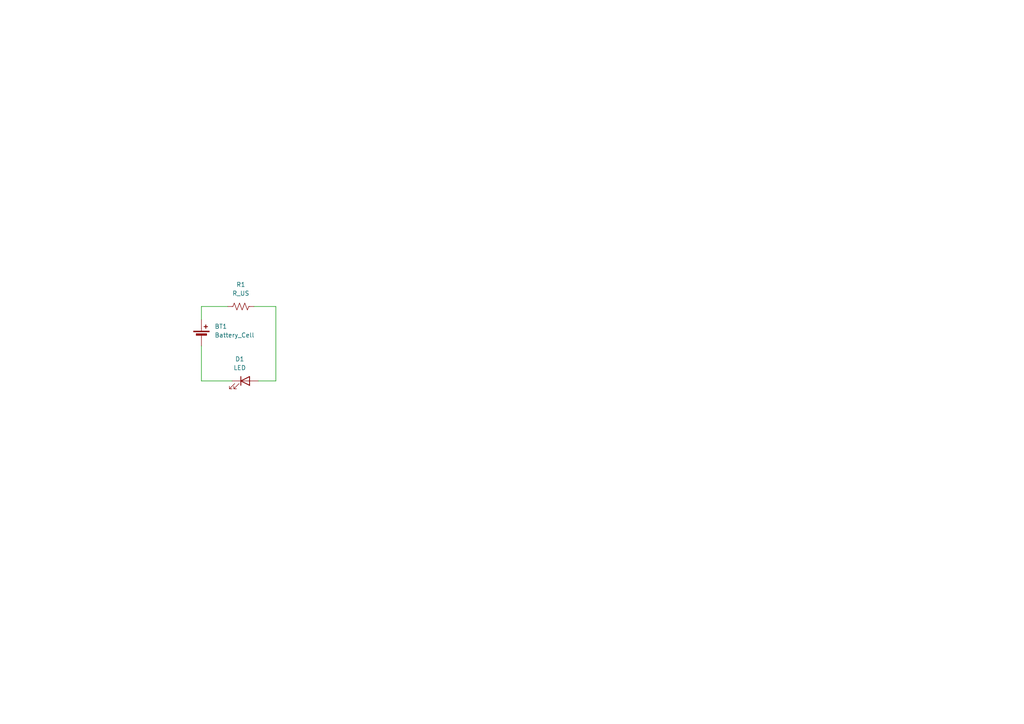
<source format=kicad_sch>
(kicad_sch (version 20231120) (generator "eeschema") (generator_version "8.0")
  (paper "A4")
  (lib_symbols
    (symbol "Device:Battery_Cell" (pin_numbers hide) (pin_names (offset 0) hide)
      (property "Reference" "BT" (at 2.54 2.54 0))
      (property "Value" "Battery_Cell" (at 2.54 0 0))
      (symbol "Battery_Cell_0_1"
        (rectangle (start -2.286 1.778) (end 2.286 1.524) (fill (type outline)))
        (rectangle (start -1.524 1.016) (end 1.524 0.508) (fill (type outline)))
        (polyline (pts (xy 0 0.762) (xy 0 0)))
        (polyline (pts (xy 0 1.778) (xy 0 2.54)))
        (polyline (pts (xy 0.762 3.048) (xy 1.778 3.048)) (stroke (width 0.254)))
        (polyline (pts (xy 1.27 3.556) (xy 1.27 2.54)) (stroke (width 0.254)))
      )
      (symbol "Battery_Cell_1_1"
        (pin passive line (at 0 5.08 270) (length 2.54) (name "+") (number "1"))
        (pin passive line (at 0 -2.54 90) (length 2.54) (name "-") (number "2"))
      )
    )
    (symbol "Device:LED" (pin_numbers hide) (pin_names (offset 1.016) hide)
      (property "Reference" "D" (at 0 2.54 0))
      (property "Value" "LED" (at 0 -2.54 0))
      (symbol "LED_0_1"
        (polyline (pts (xy -1.27 -1.27) (xy -1.27 1.27)) (stroke (width 0.254)))
        (polyline (pts (xy -1.27 0) (xy 1.27 0)))
        (polyline (pts (xy 1.27 -1.27) (xy 1.27 1.27) (xy -1.27 0) (xy 1.27 -1.27)) (stroke (width 0.254)))
        (polyline (pts (xy -3.048 -0.762) (xy -4.572 -2.286) (xy -3.81 -2.286) (xy -4.572 -2.286) (xy -4.572 -1.524)))
        (polyline (pts (xy -1.778 -0.762) (xy -3.302 -2.286) (xy -2.54 -2.286) (xy -3.302 -2.286) (xy -3.302 -1.524)))
      )
      (symbol "LED_1_1"
        (pin passive line (at -3.81 0 0) (length 2.54) (name "K") (number "1"))
        (pin passive line (at 3.81 0 180) (length 2.54) (name "A") (number "2"))
      )
    )
    (symbol "Device:R_US" (pin_numbers hide) (pin_names (offset 0))
      (property "Reference" "R" (at 2.54 0 90))
      (property "Value" "R_US" (at -2.54 0 90))
      (symbol "R_US_0_1"
        (polyline (pts (xy 0 -2.286) (xy 0 -2.54)))
        (polyline (pts (xy 0 2.286) (xy 0 2.54)))
        (polyline (pts (xy 0 -0.762) (xy 1.016 -1.143) (xy 0 -1.524) (xy -1.016 -1.905) (xy 0 -2.286)))
        (polyline (pts (xy 0 0.762) (xy 1.016 0.381) (xy 0 0) (xy -1.016 -0.381) (xy 0 -0.762)))
        (polyline (pts (xy 0 2.286) (xy 1.016 1.905) (xy 0 1.524) (xy -1.016 1.143) (xy 0 0.762)))
      )
      (symbol "R_US_1_1"
        (pin passive line (at 0 3.81 270) (length 1.27) (name "~") (number "1"))
        (pin passive line (at 0 -3.81 90) (length 1.27) (name "~") (number "2"))
      )
    )
  )
  (wire (pts (xy 73.66 88.9) (xy 80.01 88.9)))
  (wire (pts (xy 58.42 88.9) (xy 66.04 88.9)))
  (wire (pts (xy 58.42 92.71) (xy 58.42 88.9)))
  (wire (pts (xy 80.01 88.9) (xy 80.01 110.49)))
  (wire (pts (xy 67.31 110.49) (xy 58.42 110.49)))
  (wire (pts (xy 80.01 110.49) (xy 74.93 110.49)))
  (wire (pts (xy 58.42 100.33) (xy 58.42 110.49)))
  (symbol (lib_id "Device:R_US") (at 69.85 88.9 90) (unit 1)
    (property "Reference" "R1" (at 69.85 82.55 90))
    (property "Value" "R_US" (at 69.85 85.09 90))
    (property "Footprint" "Resistor_SMD:R_0805_2012Metric_Pad1.20x1.40mm_HandSolder" (effects (hide yes)))
    (property "Description" "Resistor, US symbol" (effects (hide yes)))
  )
  (symbol (lib_id "Device:Battery_Cell") (at 58.42 97.79 0) (unit 1)
    (property "Reference" "BT1" (at 62.23 94.6784 0) (effects (justify left)))
    (property "Value" "Battery_Cell" (at 62.23 97.2184 0) (effects (justify left)))
    (property "Footprint" "FS_3_Global_Footprint_Library:MS621FE-FL11E_SEC" (effects (hide yes)))
    (property "Description" "Single-cell battery" (effects (hide yes)))
  )
  (symbol (lib_id "Device:LED") (at 71.12 110.49 0) (unit 1)
    (property "Reference" "D1" (at 69.5325 104.14 0))
    (property "Value" "LED" (at 69.5325 106.68 0))
    (property "Footprint" "Diode_SMD:D_0805_2012Metric_Pad1.15x1.40mm_HandSolder" (effects (hide yes)))
    (property "Description" "Light emitting diode" (effects (hide yes)))
  )
)
</source>
